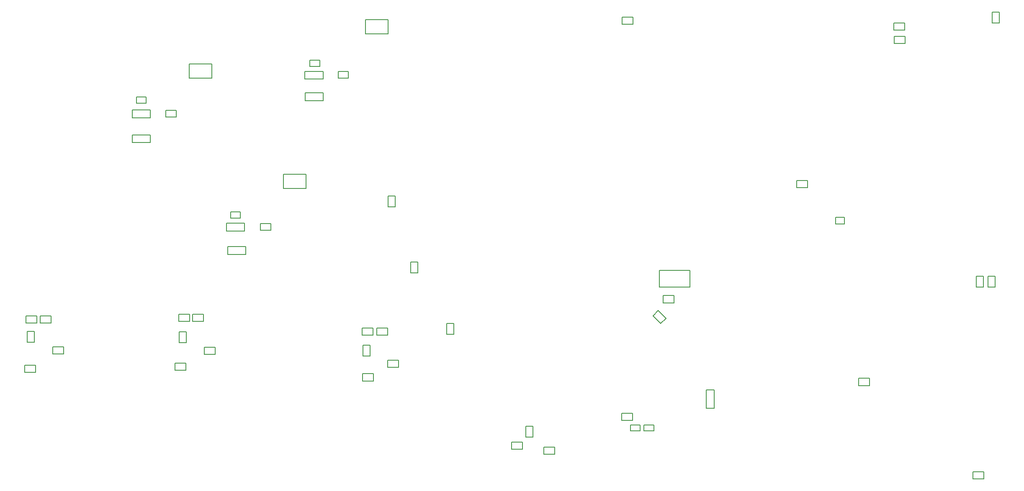
<source format=gbr>
%TF.GenerationSoftware,Altium Limited,Altium Designer,21.6.4 (81)*%
G04 Layer_Color=32896*
%FSLAX43Y43*%
%MOMM*%
%TF.SameCoordinates,76D5CAF9-2094-4FD7-9A7B-915B2AFADFAF*%
%TF.FilePolarity,Positive*%
%TF.FileFunction,Other,Bottom_3D_Body*%
%TF.Part,Single*%
G01*
G75*
%TA.AperFunction,NonConductor*%
%ADD115C,0.200*%
D115*
X93764Y98628D02*
Y101548D01*
X89164Y98628D02*
X93764D01*
X89164D02*
Y101548D01*
X93764D01*
X124795Y110525D02*
X129395D01*
X124795Y107605D02*
Y110525D01*
Y107605D02*
X129395D01*
Y110525D01*
X178375Y27175D02*
X180375D01*
Y28425D01*
X178375D02*
X180375D01*
X178375Y27175D02*
Y28425D01*
X181150D02*
X183150D01*
X181150Y27175D02*
Y28425D01*
Y27175D02*
X183150D01*
Y28425D01*
X178810Y29300D02*
Y30750D01*
X176610Y29300D02*
X178810D01*
X176610D02*
Y30750D01*
X178810D01*
X184975Y54599D02*
X187175D01*
X184975Y53149D02*
Y54599D01*
Y53149D02*
X187175D01*
Y54599D01*
X212025Y77900D02*
X214225D01*
X212025Y76450D02*
Y77900D01*
Y76450D02*
X214225D01*
Y77900D01*
X133925Y61450D02*
X135375D01*
Y59250D02*
Y61450D01*
X133925Y59250D02*
X135375D01*
X133925D02*
Y61450D01*
X154400Y23488D02*
Y24938D01*
X156600D01*
Y23488D02*
Y24938D01*
X154400Y23488D02*
X156600D01*
X163075Y22438D02*
Y23888D01*
X160875Y22438D02*
X163075D01*
X160875D02*
Y23888D01*
X163075D01*
X157225Y28163D02*
X158675D01*
Y25963D02*
Y28163D01*
X157225Y25963D02*
X158675D01*
X157225D02*
Y28163D01*
X184225Y56300D02*
Y59700D01*
X190425D01*
Y56300D02*
Y59700D01*
X184225Y56300D02*
X190425D01*
X184003Y51551D02*
X185558Y49996D01*
X182977Y50526D02*
X184003Y51551D01*
X182977Y50526D02*
X184533Y48970D01*
X185558Y49996D01*
X219900Y70450D02*
X221700D01*
X219900Y69100D02*
Y70450D01*
Y69100D02*
X221700D01*
Y70450D01*
X226725Y36385D02*
Y37835D01*
X224525Y36385D02*
X226725D01*
X224525D02*
Y37835D01*
X226725D01*
X251550Y109825D02*
X253000D01*
X251550D02*
Y112025D01*
X253000D01*
Y109825D02*
Y112025D01*
X193756Y31822D02*
X195356D01*
X193756D02*
Y35522D01*
X195356D01*
Y31822D02*
Y35522D01*
X112775Y76315D02*
Y79235D01*
X108175Y76315D02*
X112775D01*
X108175D02*
Y79235D01*
X112775D01*
X100631Y62920D02*
Y64520D01*
X96931Y62920D02*
X100631D01*
X96931D02*
Y64520D01*
X100631D01*
X116282Y94067D02*
Y95667D01*
X112582Y94067D02*
X116282D01*
X112582D02*
Y95667D01*
X116282D01*
X121379Y98685D02*
Y100035D01*
X119279Y98685D02*
X121379D01*
X119279D02*
Y100035D01*
X121379D01*
X115577Y101040D02*
Y102290D01*
X113577Y101040D02*
X115577D01*
X113577D02*
Y102290D01*
X115577D01*
X116227Y98459D02*
Y100059D01*
X112527Y98459D02*
X116227D01*
X112527D02*
Y100059D01*
X116227D01*
X99516Y70290D02*
Y71540D01*
X97516Y70290D02*
X99516D01*
X97516D02*
Y71540D01*
X99516D01*
X100366Y67715D02*
Y69315D01*
X96666Y67715D02*
X100366D01*
X96666D02*
Y69315D01*
X100366D01*
X105691Y67840D02*
Y69190D01*
X103591Y67840D02*
X105691D01*
X103591D02*
Y69190D01*
X105691D01*
X78464Y94862D02*
X80464D01*
X78464Y93612D02*
Y94862D01*
Y93612D02*
X80464D01*
Y94862D01*
X84414Y92112D02*
X86514D01*
X84414Y90762D02*
Y92112D01*
Y90762D02*
X86514D01*
Y92112D01*
X77614Y92237D02*
X81314D01*
X77614Y90637D02*
Y92237D01*
Y90637D02*
X81314D01*
Y92237D01*
X77614Y87188D02*
X81314D01*
X77614Y85588D02*
Y87188D01*
Y85588D02*
X81314D01*
Y87188D01*
X250695Y56326D02*
Y58526D01*
Y56326D02*
X252145D01*
Y58526D01*
X250695D02*
X252145D01*
X248346Y56312D02*
Y58512D01*
Y56312D02*
X249796D01*
Y58512D01*
X248346D02*
X249796D01*
X231630Y108396D02*
X233830D01*
Y109846D01*
X231630D02*
X233830D01*
X231630Y108396D02*
Y109846D01*
X231745Y105666D02*
X233945D01*
Y107116D01*
X231745D02*
X233945D01*
X231745Y105666D02*
Y107116D01*
X176677Y109566D02*
X178877D01*
Y111016D01*
X176677D02*
X178877D01*
X176677Y109566D02*
Y111016D01*
X141250Y46800D02*
Y49000D01*
Y46800D02*
X142700D01*
Y49000D01*
X141250D02*
X142700D01*
X129372Y72600D02*
Y74800D01*
Y72600D02*
X130822D01*
Y74800D01*
X129372D02*
X130822D01*
X86324Y40914D02*
X88524D01*
X86324Y39464D02*
Y40914D01*
Y39464D02*
X88524D01*
Y40914D01*
X129322Y40096D02*
X131522D01*
Y41546D01*
X129322D02*
X131522D01*
X129322Y40096D02*
Y41546D01*
X124122Y46596D02*
X126322D01*
Y48046D01*
X124122D02*
X126322D01*
X124122Y46596D02*
Y48046D01*
X125747Y42345D02*
Y44545D01*
X124297D02*
X125747D01*
X124297Y42345D02*
Y44545D01*
Y42345D02*
X125747D01*
X127072Y46596D02*
X129272D01*
Y48046D01*
X127072D02*
X129272D01*
X127072Y46596D02*
Y48046D01*
X87023Y49364D02*
X89223D01*
Y50814D01*
X87023D02*
X89223D01*
X87023Y49364D02*
Y50814D01*
X92223Y42715D02*
X94423D01*
Y44165D01*
X92223D02*
X94423D01*
X92223Y42715D02*
Y44165D01*
X88548Y45091D02*
Y47291D01*
X87098D02*
X88548D01*
X87098Y45091D02*
Y47291D01*
Y45091D02*
X88548D01*
X89823Y49364D02*
X92023D01*
Y50814D01*
X89823D02*
X92023D01*
X89823Y49364D02*
Y50814D01*
X61551Y42800D02*
X63751D01*
Y44250D01*
X61551D02*
X63751D01*
X61551Y42800D02*
Y44250D01*
X56106Y49044D02*
X58306D01*
Y50494D01*
X56106D02*
X58306D01*
X56106Y49044D02*
Y50494D01*
X57832Y45175D02*
Y47375D01*
X56382D02*
X57832D01*
X56382Y45175D02*
Y47375D01*
Y45175D02*
X57832D01*
X59051Y49044D02*
X61251D01*
Y50494D01*
X59051D02*
X61251D01*
X59051Y49044D02*
Y50494D01*
X124181Y38775D02*
X126381D01*
X124181Y37325D02*
Y38775D01*
Y37325D02*
X126381D01*
Y38775D01*
X58128Y39060D02*
Y40510D01*
X55928Y39060D02*
X58128D01*
X55928D02*
Y40510D01*
X58128D01*
X247650Y18935D02*
X249850D01*
X247650Y17485D02*
Y18935D01*
Y17485D02*
X249850D01*
Y18935D01*
%TF.MD5,78756ae9714843ebdb234719a1b4fd20*%
M02*

</source>
